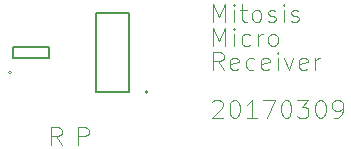
<source format=gto>
G04 #@! TF.GenerationSoftware,KiCad,Pcbnew,(5.0.1)-3*
G04 #@! TF.CreationDate,2018-11-04T22:42:31+07:00*
G04 #@! TF.ProjectId,receiver,72656365697665722E6B696361645F70,rev?*
G04 #@! TF.SameCoordinates,Original*
G04 #@! TF.FileFunction,Legend,Top*
G04 #@! TF.FilePolarity,Positive*
%FSLAX46Y46*%
G04 Gerber Fmt 4.6, Leading zero omitted, Abs format (unit mm)*
G04 Created by KiCad (PCBNEW (5.0.1)-3) date 04-Nov-18 22:42:31*
%MOMM*%
%LPD*%
G01*
G04 APERTURE LIST*
%ADD10C,0.062500*%
%ADD11C,0.200000*%
%ADD12C,0.100000*%
%ADD13C,0.050000*%
G04 APERTURE END LIST*
D10*
X67819000Y79859000D02*
G75*
G03X67819000Y79859000I-125000J0D01*
G01*
X79352000Y78184000D02*
G75*
G03X79352000Y78184000I-125000J0D01*
G01*
D11*
X70969000Y81059000D02*
X70969000Y82009000D01*
X67969000Y81059000D02*
X67969000Y82009000D01*
X67969000Y82009000D02*
X70969000Y82009000D01*
X67969000Y81059000D02*
X70969000Y81059000D01*
X77727000Y78184000D02*
X77727000Y84884000D01*
X74927000Y78184000D02*
X74927000Y84884000D01*
X74927000Y78184000D02*
X77727000Y78184000D01*
X74927000Y84884000D02*
X77727000Y84884000D01*
D12*
X73452857Y73732571D02*
X73452857Y75256571D01*
X74033428Y75256571D01*
X74178571Y75184000D01*
X74251142Y75111428D01*
X74323714Y74966285D01*
X74323714Y74748571D01*
X74251142Y74603428D01*
X74178571Y74530857D01*
X74033428Y74458285D01*
X73452857Y74458285D01*
X72037714Y73732571D02*
X71529714Y74458285D01*
X71166857Y73732571D02*
X71166857Y75256571D01*
X71747428Y75256571D01*
X71892571Y75184000D01*
X71965142Y75111428D01*
X72037714Y74966285D01*
X72037714Y74748571D01*
X71965142Y74603428D01*
X71892571Y74530857D01*
X71747428Y74458285D01*
X71166857Y74458285D01*
X84810285Y77397428D02*
X84882857Y77470000D01*
X85028000Y77542571D01*
X85390857Y77542571D01*
X85536000Y77470000D01*
X85608571Y77397428D01*
X85681142Y77252285D01*
X85681142Y77107142D01*
X85608571Y76889428D01*
X84737714Y76018571D01*
X85681142Y76018571D01*
X86624571Y77542571D02*
X86769714Y77542571D01*
X86914857Y77470000D01*
X86987428Y77397428D01*
X87060000Y77252285D01*
X87132571Y76962000D01*
X87132571Y76599142D01*
X87060000Y76308857D01*
X86987428Y76163714D01*
X86914857Y76091142D01*
X86769714Y76018571D01*
X86624571Y76018571D01*
X86479428Y76091142D01*
X86406857Y76163714D01*
X86334285Y76308857D01*
X86261714Y76599142D01*
X86261714Y76962000D01*
X86334285Y77252285D01*
X86406857Y77397428D01*
X86479428Y77470000D01*
X86624571Y77542571D01*
X88584000Y76018571D02*
X87713142Y76018571D01*
X88148571Y76018571D02*
X88148571Y77542571D01*
X88003428Y77324857D01*
X87858285Y77179714D01*
X87713142Y77107142D01*
X89092000Y77542571D02*
X90108000Y77542571D01*
X89454857Y76018571D01*
X90978857Y77542571D02*
X91124000Y77542571D01*
X91269142Y77470000D01*
X91341714Y77397428D01*
X91414285Y77252285D01*
X91486857Y76962000D01*
X91486857Y76599142D01*
X91414285Y76308857D01*
X91341714Y76163714D01*
X91269142Y76091142D01*
X91124000Y76018571D01*
X90978857Y76018571D01*
X90833714Y76091142D01*
X90761142Y76163714D01*
X90688571Y76308857D01*
X90616000Y76599142D01*
X90616000Y76962000D01*
X90688571Y77252285D01*
X90761142Y77397428D01*
X90833714Y77470000D01*
X90978857Y77542571D01*
X91994857Y77542571D02*
X92938285Y77542571D01*
X92430285Y76962000D01*
X92648000Y76962000D01*
X92793142Y76889428D01*
X92865714Y76816857D01*
X92938285Y76671714D01*
X92938285Y76308857D01*
X92865714Y76163714D01*
X92793142Y76091142D01*
X92648000Y76018571D01*
X92212571Y76018571D01*
X92067428Y76091142D01*
X91994857Y76163714D01*
X93881714Y77542571D02*
X94026857Y77542571D01*
X94172000Y77470000D01*
X94244571Y77397428D01*
X94317142Y77252285D01*
X94389714Y76962000D01*
X94389714Y76599142D01*
X94317142Y76308857D01*
X94244571Y76163714D01*
X94172000Y76091142D01*
X94026857Y76018571D01*
X93881714Y76018571D01*
X93736571Y76091142D01*
X93664000Y76163714D01*
X93591428Y76308857D01*
X93518857Y76599142D01*
X93518857Y76962000D01*
X93591428Y77252285D01*
X93664000Y77397428D01*
X93736571Y77470000D01*
X93881714Y77542571D01*
X95115428Y76018571D02*
X95405714Y76018571D01*
X95550857Y76091142D01*
X95623428Y76163714D01*
X95768571Y76381428D01*
X95841142Y76671714D01*
X95841142Y77252285D01*
X95768571Y77397428D01*
X95696000Y77470000D01*
X95550857Y77542571D01*
X95260571Y77542571D01*
X95115428Y77470000D01*
X95042857Y77397428D01*
X94970285Y77252285D01*
X94970285Y76889428D01*
X95042857Y76744285D01*
X95115428Y76671714D01*
X95260571Y76599142D01*
X95550857Y76599142D01*
X95696000Y76671714D01*
X95768571Y76744285D01*
X95841142Y76889428D01*
X85753714Y80082571D02*
X85245714Y80808285D01*
X84882857Y80082571D02*
X84882857Y81606571D01*
X85463428Y81606571D01*
X85608571Y81534000D01*
X85681142Y81461428D01*
X85753714Y81316285D01*
X85753714Y81098571D01*
X85681142Y80953428D01*
X85608571Y80880857D01*
X85463428Y80808285D01*
X84882857Y80808285D01*
X86987428Y80155142D02*
X86842285Y80082571D01*
X86552000Y80082571D01*
X86406857Y80155142D01*
X86334285Y80300285D01*
X86334285Y80880857D01*
X86406857Y81026000D01*
X86552000Y81098571D01*
X86842285Y81098571D01*
X86987428Y81026000D01*
X87060000Y80880857D01*
X87060000Y80735714D01*
X86334285Y80590571D01*
X88366285Y80155142D02*
X88221142Y80082571D01*
X87930857Y80082571D01*
X87785714Y80155142D01*
X87713142Y80227714D01*
X87640571Y80372857D01*
X87640571Y80808285D01*
X87713142Y80953428D01*
X87785714Y81026000D01*
X87930857Y81098571D01*
X88221142Y81098571D01*
X88366285Y81026000D01*
X89600000Y80155142D02*
X89454857Y80082571D01*
X89164571Y80082571D01*
X89019428Y80155142D01*
X88946857Y80300285D01*
X88946857Y80880857D01*
X89019428Y81026000D01*
X89164571Y81098571D01*
X89454857Y81098571D01*
X89600000Y81026000D01*
X89672571Y80880857D01*
X89672571Y80735714D01*
X88946857Y80590571D01*
X90325714Y80082571D02*
X90325714Y81098571D01*
X90325714Y81606571D02*
X90253142Y81534000D01*
X90325714Y81461428D01*
X90398285Y81534000D01*
X90325714Y81606571D01*
X90325714Y81461428D01*
X90906285Y81098571D02*
X91269142Y80082571D01*
X91632000Y81098571D01*
X92793142Y80155142D02*
X92648000Y80082571D01*
X92357714Y80082571D01*
X92212571Y80155142D01*
X92140000Y80300285D01*
X92140000Y80880857D01*
X92212571Y81026000D01*
X92357714Y81098571D01*
X92648000Y81098571D01*
X92793142Y81026000D01*
X92865714Y80880857D01*
X92865714Y80735714D01*
X92140000Y80590571D01*
X93518857Y80082571D02*
X93518857Y81098571D01*
X93518857Y80808285D02*
X93591428Y80953428D01*
X93664000Y81026000D01*
X93809142Y81098571D01*
X93954285Y81098571D01*
X84882857Y82114571D02*
X84882857Y83638571D01*
X85390857Y82550000D01*
X85898857Y83638571D01*
X85898857Y82114571D01*
X86624571Y82114571D02*
X86624571Y83130571D01*
X86624571Y83638571D02*
X86552000Y83566000D01*
X86624571Y83493428D01*
X86697142Y83566000D01*
X86624571Y83638571D01*
X86624571Y83493428D01*
X88003428Y82187142D02*
X87858285Y82114571D01*
X87568000Y82114571D01*
X87422857Y82187142D01*
X87350285Y82259714D01*
X87277714Y82404857D01*
X87277714Y82840285D01*
X87350285Y82985428D01*
X87422857Y83058000D01*
X87568000Y83130571D01*
X87858285Y83130571D01*
X88003428Y83058000D01*
X88656571Y82114571D02*
X88656571Y83130571D01*
X88656571Y82840285D02*
X88729142Y82985428D01*
X88801714Y83058000D01*
X88946857Y83130571D01*
X89092000Y83130571D01*
X89817714Y82114571D02*
X89672571Y82187142D01*
X89600000Y82259714D01*
X89527428Y82404857D01*
X89527428Y82840285D01*
X89600000Y82985428D01*
X89672571Y83058000D01*
X89817714Y83130571D01*
X90035428Y83130571D01*
X90180571Y83058000D01*
X90253142Y82985428D01*
X90325714Y82840285D01*
X90325714Y82404857D01*
X90253142Y82259714D01*
X90180571Y82187142D01*
X90035428Y82114571D01*
X89817714Y82114571D01*
X84882857Y84146571D02*
X84882857Y85670571D01*
X85390857Y84582000D01*
X85898857Y85670571D01*
X85898857Y84146571D01*
X86624571Y84146571D02*
X86624571Y85162571D01*
X86624571Y85670571D02*
X86552000Y85598000D01*
X86624571Y85525428D01*
X86697142Y85598000D01*
X86624571Y85670571D01*
X86624571Y85525428D01*
X87132571Y85162571D02*
X87713142Y85162571D01*
X87350285Y85670571D02*
X87350285Y84364285D01*
X87422857Y84219142D01*
X87568000Y84146571D01*
X87713142Y84146571D01*
X88438857Y84146571D02*
X88293714Y84219142D01*
X88221142Y84291714D01*
X88148571Y84436857D01*
X88148571Y84872285D01*
X88221142Y85017428D01*
X88293714Y85090000D01*
X88438857Y85162571D01*
X88656571Y85162571D01*
X88801714Y85090000D01*
X88874285Y85017428D01*
X88946857Y84872285D01*
X88946857Y84436857D01*
X88874285Y84291714D01*
X88801714Y84219142D01*
X88656571Y84146571D01*
X88438857Y84146571D01*
X89527428Y84219142D02*
X89672571Y84146571D01*
X89962857Y84146571D01*
X90108000Y84219142D01*
X90180571Y84364285D01*
X90180571Y84436857D01*
X90108000Y84582000D01*
X89962857Y84654571D01*
X89745142Y84654571D01*
X89600000Y84727142D01*
X89527428Y84872285D01*
X89527428Y84944857D01*
X89600000Y85090000D01*
X89745142Y85162571D01*
X89962857Y85162571D01*
X90108000Y85090000D01*
X90833714Y84146571D02*
X90833714Y85162571D01*
X90833714Y85670571D02*
X90761142Y85598000D01*
X90833714Y85525428D01*
X90906285Y85598000D01*
X90833714Y85670571D01*
X90833714Y85525428D01*
X91486857Y84219142D02*
X91632000Y84146571D01*
X91922285Y84146571D01*
X92067428Y84219142D01*
X92140000Y84364285D01*
X92140000Y84436857D01*
X92067428Y84582000D01*
X91922285Y84654571D01*
X91704571Y84654571D01*
X91559428Y84727142D01*
X91486857Y84872285D01*
X91486857Y84944857D01*
X91559428Y85090000D01*
X91704571Y85162571D01*
X91922285Y85162571D01*
X92067428Y85090000D01*
G04 #@! TO.C,B1*
D13*
G04 #@! TO.C,B2*
G04 #@! TO.C,U2*
G04 #@! TD*
M02*

</source>
